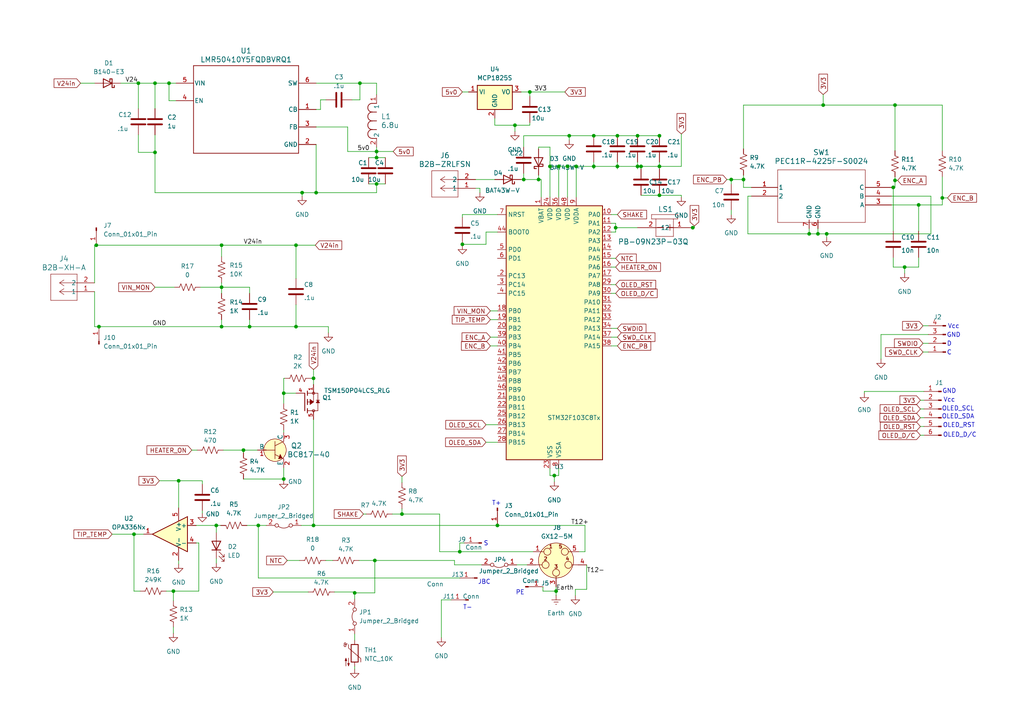
<source format=kicad_sch>
(kicad_sch (version 20231120) (generator "eeschema") (generator_version "8.0")
  (paper "A4")
  (junction (at 237.236 67.818))
  (junction (at 64.262 83.312))
  (junction (at 133.35 160.02))
  (junction (at 184.912 39.37))
  (junction (at 172.212 48.26))
  (junction (at 179.07 39.37))
  (junction (at 179.07 48.26))
  (junction (at 153.67 26.67))
  (junction (at 102.87 171.958))
  (junction (at 178.562 66.04))
  (junction (at 104.394 24.13))
  (junction (at 82.296 138.938))
  (junction (at 44.958 44.196))
  (junction (at 49.022 24.13))
  (junction (at 72.39 94.742))
  (junction (at 109.22 45.72))
  (junction (at 28.702 94.742))
  (junction (at 64.262 94.742))
  (junction (at 238.76 30.48))
  (junction (at 82.296 114.046))
  (junction (at 161.29 171.45))
  (junction (at 44.958 24.13))
  (junction (at 172.212 39.37))
  (junction (at 149.352 36.322))
  (junction (at 85.852 71.12))
  (junction (at 74.93 152.4))
  (junction (at 212.09 52.07))
  (junction (at 159.512 48.26))
  (junction (at 50.292 171.45))
  (junction (at 144.272 152.4))
  (junction (at 234.696 67.818))
  (junction (at 239.776 67.818))
  (junction (at 151.892 52.07))
  (junction (at 134.112 70.866))
  (junction (at 191.262 39.37))
  (junction (at 262.382 77.47))
  (junction (at 191.262 48.26))
  (junction (at 156.21 52.07))
  (junction (at 27.94 71.12))
  (junction (at 108.712 162.56))
  (junction (at 116.586 149.098))
  (junction (at 167.132 48.26))
  (junction (at 109.22 53.34))
  (junction (at 38.862 154.94))
  (junction (at 200.914 66.04))
  (junction (at 160.782 137.922))
  (junction (at 85.852 94.742))
  (junction (at 90.932 152.4))
  (junction (at 70.612 130.556))
  (junction (at 259.588 30.48))
  (junction (at 184.912 48.26))
  (junction (at 109.22 43.942))
  (junction (at 191.262 56.642))
  (junction (at 40.132 24.13))
  (junction (at 215.646 52.07))
  (junction (at 266.446 59.436))
  (junction (at 87.63 55.88))
  (junction (at 162.052 48.26))
  (junction (at 164.592 48.26))
  (junction (at 64.262 71.12))
  (junction (at 165.1 39.37))
  (junction (at 259.08 54.356))
  (junction (at 90.932 109.728))
  (junction (at 185.928 48.26))
  (junction (at 273.304 57.404))
  (junction (at 51.816 139.446))
  (junction (at 91.694 55.88))
  (junction (at 62.738 152.4))
  (junction (at 259.588 52.324))
  (wire (pts (xy 270.002 56.896) (xy 270.002 67.818)))
  (wire (pts (xy 51.816 139.446) (xy 46.228 139.446)))
  (wire (pts (xy 72.39 94.742) (xy 85.852 94.742)))
  (wire (pts (xy 156.972 52.07) (xy 156.21 52.07)))
  (wire (pts (xy 169.672 160.02) (xy 169.672 152.4)))
  (wire (pts (xy 94.488 162.56) (xy 96.52 162.56)))
  (wire (pts (xy 259.588 30.48) (xy 273.304 30.48)))
  (wire (pts (xy 178.562 66.04) (xy 178.562 67.31)))
  (wire (pts (xy 116.586 149.098) (xy 113.792 149.098)))
  (wire (pts (xy 143.51 34.29) (xy 143.51 36.322)))
  (wire (pts (xy 102.87 183.896) (xy 102.87 185.674)))
  (wire (pts (xy 191.262 48.26) (xy 197.612 48.26)))
  (wire (pts (xy 58.674 140.462) (xy 58.674 139.446)))
  (wire (pts (xy 108.712 171.958) (xy 102.87 171.958)))
  (wire (pts (xy 161.29 171.45) (xy 161.29 172.72)))
  (wire (pts (xy 144.272 152.4) (xy 169.672 152.4)))
  (wire (pts (xy 58.674 139.446) (xy 51.816 139.446)))
  (wire (pts (xy 116.586 147.574) (xy 116.586 149.098)))
  (wire (pts (xy 50.292 171.45) (xy 48.26 171.45)))
  (wire (pts (xy 140.97 123.19) (xy 144.272 123.19)))
  (wire (pts (xy 216.916 56.896) (xy 216.916 67.818)))
  (wire (pts (xy 105.41 149.098) (xy 106.172 149.098)))
  (wire (pts (xy 151.892 42.672) (xy 151.892 39.37)))
  (wire (pts (xy 161.29 170.18) (xy 161.29 171.45)))
  (wire (pts (xy 91.694 36.83) (xy 100.838 36.83)))
  (wire (pts (xy 267.97 126.238) (xy 266.954 126.238)))
  (wire (pts (xy 64.262 92.71) (xy 64.262 94.742)))
  (wire (pts (xy 134.112 26.67) (xy 135.89 26.67)))
  (wire (pts (xy 273.304 51.308) (xy 273.304 57.404)))
  (wire (pts (xy 266.446 77.47) (xy 262.382 77.47)))
  (wire (pts (xy 64.262 94.742) (xy 72.39 94.742)))
  (wire (pts (xy 162.052 135.89) (xy 162.052 137.922)))
  (wire (pts (xy 109.22 53.34) (xy 111.76 53.34)))
  (wire (pts (xy 64.262 83.312) (xy 64.262 85.09)))
  (wire (pts (xy 215.646 52.07) (xy 215.646 50.8)))
  (wire (pts (xy 92.964 28.956) (xy 92.964 31.75)))
  (wire (pts (xy 159.512 137.922) (xy 159.512 135.89)))
  (wire (pts (xy 212.09 52.07) (xy 212.09 53.34)))
  (wire (pts (xy 177.292 77.47) (xy 178.562 77.47)))
  (wire (pts (xy 40.64 171.45) (xy 38.862 171.45)))
  (wire (pts (xy 159.512 137.922) (xy 160.782 137.922)))
  (wire (pts (xy 266.446 74.676) (xy 266.446 77.47)))
  (wire (pts (xy 162.052 48.26) (xy 162.052 57.15)))
  (wire (pts (xy 153.67 26.67) (xy 163.83 26.67)))
  (wire (pts (xy 62.738 152.4) (xy 64.008 152.4)))
  (wire (pts (xy 127.508 160.02) (xy 133.35 160.02)))
  (wire (pts (xy 191.262 40.132) (xy 191.262 39.37)))
  (wire (pts (xy 216.916 67.818) (xy 234.696 67.818)))
  (wire (pts (xy 44.958 24.13) (xy 49.022 24.13)))
  (wire (pts (xy 166.878 170.942) (xy 166.878 172.72)))
  (wire (pts (xy 179.07 48.26) (xy 179.07 49.022)))
  (wire (pts (xy 109.22 43.942) (xy 109.22 45.72)))
  (wire (pts (xy 215.646 30.48) (xy 215.646 43.18)))
  (wire (pts (xy 177.292 97.79) (xy 179.07 97.79)))
  (wire (pts (xy 106.934 53.34) (xy 109.22 53.34)))
  (wire (pts (xy 262.382 77.47) (xy 262.382 79.248)))
  (wire (pts (xy 50.292 181.864) (xy 50.292 183.642)))
  (wire (pts (xy 167.132 48.26) (xy 167.132 57.15)))
  (wire (pts (xy 50.292 171.45) (xy 50.292 174.244)))
  (wire (pts (xy 267.716 94.488) (xy 269.24 94.488)))
  (wire (pts (xy 62.738 152.4) (xy 62.738 154.432)))
  (wire (pts (xy 140.97 128.27) (xy 144.272 128.27)))
  (wire (pts (xy 201.422 66.04) (xy 200.914 66.04)))
  (wire (pts (xy 40.132 39.116) (xy 40.132 44.196)))
  (wire (pts (xy 106.934 45.72) (xy 109.22 45.72)))
  (wire (pts (xy 170.18 170.942) (xy 166.878 170.942)))
  (wire (pts (xy 153.67 35.56) (xy 153.67 36.322)))
  (wire (pts (xy 51.816 162.56) (xy 51.816 163.576)))
  (wire (pts (xy 102.87 171.704) (xy 102.87 171.958)))
  (wire (pts (xy 250.698 113.538) (xy 250.698 114.046)))
  (wire (pts (xy 259.588 52.324) (xy 259.588 54.356)))
  (wire (pts (xy 258.572 59.436) (xy 266.446 59.436)))
  (wire (pts (xy 184.912 46.99) (xy 184.912 48.26)))
  (wire (pts (xy 167.132 48.26) (xy 172.212 48.26)))
  (wire (pts (xy 97.028 171.704) (xy 102.87 171.704)))
  (wire (pts (xy 72.39 92.71) (xy 72.39 94.742)))
  (wire (pts (xy 184.912 48.26) (xy 185.928 48.26)))
  (wire (pts (xy 23.368 24.13) (xy 27.432 24.13)))
  (wire (pts (xy 109.22 43.942) (xy 114.046 43.942)))
  (wire (pts (xy 64.262 71.12) (xy 64.262 74.422)))
  (wire (pts (xy 85.852 71.12) (xy 85.852 80.772)))
  (wire (pts (xy 274.828 57.404) (xy 273.304 57.404)))
  (wire (pts (xy 133.35 157.48) (xy 133.35 160.02)))
  (wire (pts (xy 210.82 52.07) (xy 212.09 52.07)))
  (wire (pts (xy 152.908 163.83) (xy 149.86 163.83)))
  (wire (pts (xy 234.696 66.294) (xy 234.696 67.818)))
  (wire (pts (xy 64.262 71.12) (xy 85.852 71.12)))
  (wire (pts (xy 162.052 48.26) (xy 159.512 48.26)))
  (wire (pts (xy 82.296 109.728) (xy 82.55 109.728)))
  (wire (pts (xy 133.35 160.02) (xy 154.686 160.02)))
  (wire (pts (xy 177.292 85.09) (xy 178.562 85.09)))
  (wire (pts (xy 104.394 24.13) (xy 109.22 24.13)))
  (wire (pts (xy 151.892 50.292) (xy 151.892 52.07)))
  (wire (pts (xy 140.97 67.31) (xy 140.97 70.866)))
  (wire (pts (xy 109.22 53.34) (xy 109.22 55.88)))
  (wire (pts (xy 74.93 167.64) (xy 133.35 167.64)))
  (wire (pts (xy 109.22 24.13) (xy 109.22 27.432)))
  (wire (pts (xy 142.24 100.33) (xy 144.272 100.33)))
  (wire (pts (xy 27.432 94.742) (xy 28.702 94.742)))
  (wire (pts (xy 91.694 41.91) (xy 91.694 55.88)))
  (wire (pts (xy 259.08 74.676) (xy 259.08 77.47)))
  (wire (pts (xy 157.48 171.45) (xy 161.29 171.45)))
  (wire (pts (xy 149.352 36.322) (xy 149.352 38.1)))
  (wire (pts (xy 153.67 26.67) (xy 153.67 27.94)))
  (wire (pts (xy 191.262 39.37) (xy 184.912 39.37)))
  (wire (pts (xy 167.894 160.02) (xy 169.672 160.02)))
  (wire (pts (xy 70.612 138.938) (xy 82.296 138.938)))
  (wire (pts (xy 160.782 137.922) (xy 162.052 137.922)))
  (wire (pts (xy 49.022 24.13) (xy 51.054 24.13)))
  (wire (pts (xy 137.922 52.07) (xy 143.51 52.07)))
  (wire (pts (xy 57.658 171.45) (xy 50.292 171.45)))
  (wire (pts (xy 72.39 83.312) (xy 72.39 85.09)))
  (wire (pts (xy 32.512 154.94) (xy 38.862 154.94)))
  (wire (pts (xy 212.09 52.07) (xy 215.646 52.07)))
  (wire (pts (xy 127.508 160.02) (xy 127.508 149.098)))
  (wire (pts (xy 184.912 48.26) (xy 184.912 49.022)))
  (wire (pts (xy 167.132 48.26) (xy 164.592 48.26)))
  (wire (pts (xy 217.932 54.356) (xy 215.646 54.356)))
  (wire (pts (xy 40.132 24.13) (xy 40.132 31.496)))
  (wire (pts (xy 159.512 48.26) (xy 159.512 57.15)))
  (wire (pts (xy 91.694 31.75) (xy 92.964 31.75)))
  (wire (pts (xy 139.192 54.61) (xy 139.192 55.88)))
  (wire (pts (xy 57.658 157.48) (xy 57.658 171.45)))
  (wire (pts (xy 51.816 139.446) (xy 51.816 147.32)))
  (wire (pts (xy 82.296 114.046) (xy 82.296 117.094)))
  (wire (pts (xy 177.292 67.31) (xy 178.562 67.31)))
  (wire (pts (xy 74.93 152.4) (xy 77.216 152.4)))
  (wire (pts (xy 79.248 171.704) (xy 89.408 171.704)))
  (wire (pts (xy 58.674 148.082) (xy 58.674 148.844)))
  (wire (pts (xy 215.646 30.48) (xy 238.76 30.48)))
  (wire (pts (xy 85.852 71.12) (xy 91.44 71.12)))
  (wire (pts (xy 82.296 114.046) (xy 82.296 109.728)))
  (wire (pts (xy 172.212 39.37) (xy 165.1 39.37)))
  (wire (pts (xy 197.612 56.642) (xy 191.262 56.642)))
  (wire (pts (xy 151.892 39.37) (xy 165.1 39.37)))
  (wire (pts (xy 102.87 171.958) (xy 102.87 173.736)))
  (wire (pts (xy 237.236 67.818) (xy 239.776 67.818)))
  (wire (pts (xy 197.612 38.862) (xy 197.612 48.26)))
  (wire (pts (xy 191.262 48.26) (xy 191.262 49.022)))
  (wire (pts (xy 90.932 109.728) (xy 90.932 111.506)))
  (wire (pts (xy 41.656 154.94) (xy 38.862 154.94)))
  (wire (pts (xy 87.63 55.88) (xy 44.958 55.88)))
  (wire (pts (xy 91.694 24.13) (xy 104.394 24.13)))
  (wire (pts (xy 266.446 59.436) (xy 266.446 67.056)))
  (wire (pts (xy 82.296 135.636) (xy 82.296 138.938)))
  (wire (pts (xy 71.628 152.4) (xy 74.93 152.4)))
  (wire (pts (xy 142.24 97.79) (xy 144.272 97.79)))
  (wire (pts (xy 164.592 48.26) (xy 164.592 57.15)))
  (wire (pts (xy 102.87 193.294) (xy 102.87 194.056)))
  (wire (pts (xy 258.572 56.896) (xy 270.002 56.896)))
  (wire (pts (xy 27.94 71.12) (xy 64.262 71.12)))
  (wire (pts (xy 259.08 54.356) (xy 259.08 67.056)))
  (wire (pts (xy 156.21 52.07) (xy 156.21 50.8)))
  (wire (pts (xy 87.63 55.88) (xy 87.63 56.896)))
  (wire (pts (xy 267.97 113.538) (xy 250.698 113.538)))
  (wire (pts (xy 85.852 88.392) (xy 85.852 94.742)))
  (wire (pts (xy 38.862 171.45) (xy 38.862 154.94)))
  (wire (pts (xy 134.112 70.866) (xy 134.112 71.12)))
  (wire (pts (xy 177.292 82.55) (xy 178.562 82.55)))
  (wire (pts (xy 142.24 92.71) (xy 144.272 92.71)))
  (wire (pts (xy 267.716 99.568) (xy 269.24 99.568)))
  (wire (pts (xy 153.67 36.322) (xy 149.352 36.322)))
  (wire (pts (xy 237.236 66.294) (xy 237.236 67.818)))
  (wire (pts (xy 217.932 56.896) (xy 216.916 56.896)))
  (wire (pts (xy 172.212 48.26) (xy 172.212 49.022)))
  (wire (pts (xy 62.738 162.052) (xy 62.738 163.322)))
  (wire (pts (xy 55.626 130.556) (xy 57.15 130.556)))
  (wire (pts (xy 40.132 44.196) (xy 44.958 44.196)))
  (wire (pts (xy 185.928 56.642) (xy 191.262 56.642)))
  (wire (pts (xy 131.826 163.83) (xy 131.826 162.56)))
  (wire (pts (xy 27.432 71.12) (xy 27.432 82.042)))
  (wire (pts (xy 44.958 24.13) (xy 44.958 31.496)))
  (wire (pts (xy 140.97 70.866) (xy 134.112 70.866)))
  (wire (pts (xy 142.24 90.17) (xy 144.272 90.17)))
  (wire (pts (xy 90.17 109.728) (xy 90.932 109.728)))
  (wire (pts (xy 151.13 52.07) (xy 151.892 52.07)))
  (wire (pts (xy 108.712 162.56) (xy 108.712 171.958)))
  (wire (pts (xy 259.588 54.356) (xy 259.08 54.356)))
  (wire (pts (xy 267.97 121.158) (xy 266.954 121.158)))
  (wire (pts (xy 234.696 67.818) (xy 237.236 67.818)))
  (wire (pts (xy 201.422 65.532) (xy 201.422 66.04)))
  (wire (pts (xy 238.76 30.48) (xy 259.588 30.48)))
  (wire (pts (xy 90.932 121.666) (xy 90.932 152.4)))
  (wire (pts (xy 139.7 163.83) (xy 131.826 163.83)))
  (wire (pts (xy 94.488 28.956) (xy 92.964 28.956)))
  (wire (pts (xy 269.24 97.028) (xy 255.524 97.028)))
  (wire (pts (xy 238.76 27.432) (xy 238.76 30.48)))
  (wire (pts (xy 134.62 157.48) (xy 133.35 157.48)))
  (wire (pts (xy 157.48 171.45) (xy 157.48 170.18)))
  (wire (pts (xy 172.212 48.26) (xy 179.07 48.26)))
  (wire (pts (xy 177.292 100.33) (xy 179.07 100.33)))
  (wire (pts (xy 74.93 152.4) (xy 74.93 167.64)))
  (wire (pts (xy 82.296 138.938) (xy 82.296 139.192)))
  (wire (pts (xy 50.546 83.312) (xy 44.958 83.312)))
  (wire (pts (xy 239.776 67.818) (xy 239.776 68.834)))
  (wire (pts (xy 44.958 55.88) (xy 44.958 44.196)))
  (wire (pts (xy 95.25 94.742) (xy 95.25 96.52)))
  (wire (pts (xy 259.08 54.356) (xy 258.572 54.356)))
  (wire (pts (xy 127.508 149.098) (xy 116.586 149.098)))
  (wire (pts (xy 85.852 94.742) (xy 95.25 94.742)))
  (wire (pts (xy 116.586 138.176) (xy 116.586 139.954)))
  (wire (pts (xy 64.262 82.042) (xy 64.262 83.312)))
  (wire (pts (xy 267.716 102.108) (xy 269.24 102.108)))
  (wire (pts (xy 177.292 62.23) (xy 179.07 62.23)))
  (wire (pts (xy 104.394 28.956) (xy 104.394 24.13)))
  (wire (pts (xy 35.052 24.13) (xy 40.132 24.13)))
  (wire (pts (xy 83.312 162.56) (xy 86.868 162.56)))
  (wire (pts (xy 72.39 83.312) (xy 64.262 83.312)))
  (wire (pts (xy 144.272 67.31) (xy 140.97 67.31)))
  (wire (pts (xy 159.512 42.672) (xy 159.512 48.26)))
  (wire (pts (xy 179.07 39.37) (xy 184.912 39.37)))
  (wire (pts (xy 64.77 130.556) (xy 70.612 130.556)))
  (wire (pts (xy 100.838 36.83) (xy 100.838 43.942)))
  (wire (pts (xy 267.97 116.078) (xy 266.954 116.078)))
  (wire (pts (xy 259.588 43.688) (xy 259.588 30.48)))
  (wire (pts (xy 260.35 52.324) (xy 259.588 52.324)))
  (wire (pts (xy 108.712 162.56) (xy 131.826 162.56)))
  (wire (pts (xy 144.272 62.23) (xy 134.112 62.23)))
  (wire (pts (xy 259.588 51.308) (xy 259.588 52.324)))
  (wire (pts (xy 164.592 48.26) (xy 162.052 48.26)))
  (wire (pts (xy 156.972 57.15) (xy 156.972 52.07)))
  (wire (pts (xy 239.776 67.818) (xy 270.002 67.818)))
  (wire (pts (xy 179.07 46.99) (xy 179.07 48.26)))
  (wire (pts (xy 91.694 55.88) (xy 87.63 55.88)))
  (wire (pts (xy 215.646 54.356) (xy 215.646 52.07)))
  (wire (pts (xy 197.612 57.15) (xy 197.612 56.642)))
  (wire (pts (xy 267.97 118.618) (xy 266.954 118.618)))
  (wire (pts (xy 177.292 74.93) (xy 178.562 74.93)))
  (wire (pts (xy 172.212 46.99) (xy 172.212 48.26)))
  (wire (pts (xy 109.22 45.72) (xy 111.76 45.72)))
  (wire (pts (xy 184.912 66.04) (xy 178.562 66.04)))
  (wire (pts (xy 56.896 152.4) (xy 62.738 152.4)))
  (wire (pts (xy 160.782 139.7) (xy 160.782 137.922)))
  (wire (pts (xy 27.432 84.582) (xy 27.432 94.742)))
  (wire (pts (xy 104.14 162.56) (xy 108.712 162.56)))
  (wire (pts (xy 49.022 29.21) (xy 49.022 24.13)))
  (wire (pts (xy 185.928 48.26) (xy 191.262 48.26)))
  (wire (pts (xy 259.08 77.47) (xy 262.382 77.47)))
  (wire (pts (xy 51.054 29.21) (xy 49.022 29.21)))
  (wire (pts (xy 179.07 48.26) (xy 184.912 48.26)))
  (wire (pts (xy 109.22 55.88) (xy 91.694 55.88)))
  (wire (pts (xy 137.922 54.61) (xy 139.192 54.61)))
  (wire (pts (xy 44.958 44.196) (xy 44.958 39.116)))
  (wire (pts (xy 128.016 173.99) (xy 128.016 184.912)))
  (wire (pts (xy 70.612 130.556) (xy 74.676 130.556)))
  (wire (pts (xy 90.932 152.4) (xy 144.272 152.4)))
  (wire (pts (xy 267.97 123.698) (xy 266.954 123.698)))
  (wire (pts (xy 128.016 173.99) (xy 130.81 173.99)))
  (wire (pts (xy 149.352 36.322) (xy 143.51 36.322)))
  (wire (pts (xy 156.21 43.18) (xy 156.21 42.672)))
  (wire (pts (xy 102.108 28.956) (xy 104.394 28.956)))
  (wire (pts (xy 200.914 66.04) (xy 200.66 66.04)))
  (wire (pts (xy 255.524 97.028) (xy 255.524 104.14)))
  (wire (pts (xy 185.928 48.26) (xy 185.928 49.022)))
  (wire (pts (xy 178.562 64.77) (xy 177.292 64.77)))
  (wire (pts (xy 177.292 95.25) (xy 179.07 95.25)))
  (wire (pts (xy 40.132 24.13) (xy 44.958 24.13)))
  (wire (pts (xy 134.112 62.23) (xy 134.112 62.992)))
  (wire (pts (xy 156.21 42.672) (xy 159.512 42.672)))
  (wire (pts (xy 70.612 130.556) (xy 70.612 131.318)))
  (wire (pts (xy 82.296 124.714) (xy 82.296 125.476)))
  (wire (pts (xy 109.22 42.672) (xy 109.22 43.942)))
  (wire (pts (xy 178.562 64.77) (xy 178.562 66.04)))
  (wire (pts (xy 90.932 107.188) (xy 90.932 109.728)))
  (wire (pts (xy 191.262 46.99) (xy 191.262 48.26)))
  (wire (pts (xy 273.304 43.688) (xy 273.304 30.48)))
  (wire (pts (xy 273.304 57.404) (xy 273.304 59.436)))
  (wire (pts (xy 165.1 39.37) (xy 165.1 40.64)))
  (wire (pts (xy 151.892 52.07) (xy 156.21 52.07)))
  (wire (pts (xy 266.446 59.436) (xy 273.304 59.436)))
  (wire (pts (xy 85.852 114.046) (xy 82.296 114.046)))
  (wire (pts (xy 212.09 60.96) (xy 212.09 62.23)))
  (wire (pts (xy 28.702 94.742) (xy 64.262 94.742)))
  (wire (pts (xy 172.212 39.37) (xy 179.07 39.37)))
  (wire (pts (xy 56.896 157.48) (xy 57.658 157.48)))
  (wire (pts (xy 134.112 70.612) (xy 134.112 70.866)))
  (wire (pts (xy 27.432 71.12) (xy 27.94 71.12)))
  (wire (pts (xy 87.376 152.4) (xy 90.932 152.4)))
  (wire (pts (xy 170.18 163.83) (xy 170.18 170.942)))
  (wire (pts (xy 64.262 83.312) (xy 58.166 83.312)))
  (wire (pts (xy 151.13 26.67) (xy 153.67 26.67)))
  (wire (pts (xy 100.838 43.942) (xy 109.22 43.942)))
  (text "D" (at 275.336 99.822 0) (effects (font (size 1.27 1.27))))
  (text "GND" (at 276.606 97.282 0) (effects (font (size 1.27 1.27))))
  (text "GND" (at 275.336 113.538 0) (effects (font (size 1.27 1.27))))
  (text "OLED_RST" (at 278.13 123.444 0) (effects (font (size 1.27 1.27))))
  (text "T+" (at 144.018 146.05 0) (effects (font (size 1.27 1.27))))
  (text "OLED_SCL" (at 277.876 118.618 0) (effects (font (size 1.27 1.27))))
  (text "T-" (at 135.636 176.276 0) (effects (font (size 1.27 1.27))))
  (text "PE\n" (at 150.876 171.958 0) (effects (font (size 1.27 1.27))))
  (text "Vcc" (at 275.336 116.078 0) (effects (font (size 1.27 1.27))))
  (text "Vcc" (at 276.606 94.742 0) (effects (font (size 1.27 1.27))))
  (text "C" (at 275.336 102.362 0) (effects (font (size 1.27 1.27))))
  (text "S" (at 140.97 157.734 0) (effects (font (size 1.27 1.27))))
  (text "OLED_SDA" (at 277.876 120.904 0) (effects (font (size 1.27 1.27))))
  (text "JBC" (at 140.462 168.91 0) (effects (font (size 1.27 1.27))))
  (text "OLED_D/C" (at 278.384 126.238 0) (effects (font (size 1.27 1.27))))
  (label "T12-" (at 170.18 166.37 0))
  (label "V24in" (at 70.612 71.12 0))
  (label "3V3" (at 154.94 26.67 0))
  (label "Earth" (at 161.29 171.45 0))
  (label "V24" (at 36.322 24.13 0))
  (label "5v0" (at 103.632 43.942 0))
  (label "GND" (at 44.196 94.742 0))
  (label "T12+" (at 165.608 152.4 0))
  (global_label "HEATER_ON" (shape input) (at 55.626 130.556 180) (property "Intersheetrefs" "${INTERSHEET_REFS}" (effects (hide yes))))
  (global_label "5v0" (shape input) (at 114.046 43.942 0) (property "Intersheetrefs" "${INTERSHEET_REFS}" (effects (hide yes))))
  (global_label "TIP_TEMP" (shape input) (at 142.24 92.71 180) (property "Intersheetrefs" "${INTERSHEET_REFS}" (effects (hide yes))))
  (global_label "SHAKE" (shape input) (at 179.07 62.23 0) (property "Intersheetrefs" "${INTERSHEET_REFS}" (effects (hide yes))))
  (global_label "3V3" (shape input) (at 46.228 139.446 180) (property "Intersheetrefs" "${INTERSHEET_REFS}" (effects (hide yes))))
  (global_label "SHAKE" (shape input) (at 105.41 149.098 180) (property "Intersheetrefs" "${INTERSHEET_REFS}" (effects (hide yes))))
  (global_label "OLED_SCL" (shape input) (at 266.954 118.618 180) (property "Intersheetrefs" "${INTERSHEET_REFS}" (effects (hide yes))))
  (global_label "OLED_SDA" (shape input) (at 140.97 128.27 180) (property "Intersheetrefs" "${INTERSHEET_REFS}" (effects (hide yes))))
  (global_label "OLED_SDA" (shape input) (at 266.954 121.158 180) (property "Intersheetrefs" "${INTERSHEET_REFS}" (effects (hide yes))))
  (global_label "3V3" (shape input) (at 116.586 138.176 90) (property "Intersheetrefs" "${INTERSHEET_REFS}" (effects (hide yes))))
  (global_label "ENC_A" (shape input) (at 142.24 97.79 180) (property "Intersheetrefs" "${INTERSHEET_REFS}" (effects (hide yes))))
  (global_label "3V3" (shape input) (at 163.83 26.67 0) (property "Intersheetrefs" "${INTERSHEET_REFS}" (effects (hide yes))))
  (global_label "V24in" (shape input) (at 90.932 107.188 90) (property "Intersheetrefs" "${INTERSHEET_REFS}" (effects (hide yes))))
  (global_label "TIP_TEMP" (shape input) (at 32.512 154.94 180) (property "Intersheetrefs" "${INTERSHEET_REFS}" (effects (hide yes))))
  (global_label "SWD_CLK" (shape input) (at 179.07 97.79 0) (property "Intersheetrefs" "${INTERSHEET_REFS}" (effects (hide yes))))
  (global_label "V24in" (shape input) (at 23.368 24.13 180) (property "Intersheetrefs" "${INTERSHEET_REFS}" (effects (hide yes))))
  (global_label "3V3" (shape input) (at 79.248 171.704 180) (property "Intersheetrefs" "${INTERSHEET_REFS}" (effects (hide yes))))
  (global_label "NTC" (shape input) (at 83.312 162.56 180) (property "Intersheetrefs" "${INTERSHEET_REFS}" (effects (hide yes))))
  (global_label "OLED_D{slash}C" (shape input) (at 266.954 126.238 180) (property "Intersheetrefs" "${INTERSHEET_REFS}" (effects (hide yes))))
  (global_label "SWDIO" (shape input) (at 179.07 95.25 0) (property "Intersheetrefs" "${INTERSHEET_REFS}" (effects (hide yes))))
  (global_label "HEATER_ON" (shape input) (at 178.562 77.47 0) (property "Intersheetrefs" "${INTERSHEET_REFS}" (effects (hide yes))))
  (global_label "ENC_PB" (shape input) (at 210.82 52.07 180) (property "Intersheetrefs" "${INTERSHEET_REFS}" (effects (hide yes))))
  (global_label "3V3" (shape input) (at 267.716 94.488 180) (property "Intersheetrefs" "${INTERSHEET_REFS}" (effects (hide yes))))
  (global_label "SWD_CLK" (shape input) (at 267.716 102.108 180) (property "Intersheetrefs" "${INTERSHEET_REFS}" (effects (hide yes))))
  (global_label "SWDIO" (shape input) (at 267.716 99.568 180) (property "Intersheetrefs" "${INTERSHEET_REFS}" (effects (hide yes))))
  (global_label "3V3" (shape input) (at 266.954 116.078 180) (property "Intersheetrefs" "${INTERSHEET_REFS}" (effects (hide yes))))
  (global_label "OLED_SCL" (shape input) (at 140.97 123.19 180) (property "Intersheetrefs" "${INTERSHEET_REFS}" (effects (hide yes))))
  (global_label "3V3" (shape input) (at 197.612 38.862 90) (property "Intersheetrefs" "${INTERSHEET_REFS}" (effects (hide yes))))
  (global_label "3V3" (shape input) (at 201.422 65.532 90) (property "Intersheetrefs" "${INTERSHEET_REFS}" (effects (hide yes))))
  (global_label "ENC_B" (shape input) (at 142.24 100.33 180) (property "Intersheetrefs" "${INTERSHEET_REFS}" (effects (hide yes))))
  (global_label "OLED_D{slash}C" (shape input) (at 178.562 85.09 0) (property "Intersheetrefs" "${INTERSHEET_REFS}" (effects (hide yes))))
  (global_label "ENC_B" (shape input) (at 274.828 57.404 0) (property "Intersheetrefs" "${INTERSHEET_REFS}" (effects (hide yes))))
  (global_label "VIN_MON" (shape input) (at 142.24 90.17 180) (property "Intersheetrefs" "${INTERSHEET_REFS}" (effects (hide yes))))
  (global_label "V24in" (shape input) (at 91.44 71.12 0) (property "Intersheetrefs" "${INTERSHEET_REFS}" (effects (hide yes))))
  (global_label "5v0" (shape input) (at 134.112 26.67 180) (property "Intersheetrefs" "${INTERSHEET_REFS}" (effects (hide yes))))
  (global_label "VIN_MON" (shape input) (at 44.958 83.312 180) (property "Intersheetrefs" "${INTERSHEET_REFS}" (effects (hide yes))))
  (global_label "3V3" (shape input) (at 238.76 27.432 90) (property "Intersheetrefs" "${INTERSHEET_REFS}" (effects (hide yes))))
  (global_label "ENC_A" (shape input) (at 260.35 52.324 0) (property "Intersheetrefs" "${INTERSHEET_REFS}" (effects (hide yes))))
  (global_label "OLED_RST" (shape input) (at 266.954 123.698 180) (property "Intersheetrefs" "${INTERSHEET_REFS}" (effects (hide yes))))
  (global_label "NTC" (shape input) (at 178.562 74.93 0) (property "Intersheetrefs" "${INTERSHEET_REFS}" (effects (hide yes))))
  (global_label "OLED_RST" (shape input) (at 178.562 82.55 0) (property "Intersheetrefs" "${INTERSHEET_REFS}" (effects (hide yes))))
  (global_label "ENC_PB" (shape input) (at 179.07 100.33 0) (property "Intersheetrefs" "${INTERSHEET_REFS}" (effects (hide yes))))
  (symbol (lib_id "Device:C") (at 134.112 66.802 180) (unit 1)
    (property "Reference" "C5" (at 136.398 64.7699 0) (effects (justify right)))
    (property "Value" ".1u" (at 136.398 68.5799 0) (effects (justify right)))
    (property "Footprint" "Capacitor_SMD:C_0805_2012Metric_Pad1.18x1.45mm_HandSolder" (effects (hide yes)))
    (property "Description" "C0805C104M5RAC7800" (effects (hide yes)))
  )
  (symbol (lib_id "Connector:Conn_01x06_Pin") (at 273.05 118.618 0) (mirror y) (unit 1)
    (property "Reference" "J1" (at 272.415 110.998 0))
    (property "Value" "Conn_01x06_Pin" (effects (hide yes)))
    (property "Footprint" "Connector_PinHeader_2.54mm:PinHeader_1x06_P2.54mm_Vertical" (effects (hide yes)))
    (property "Description" "Generic connector, single row, 01x06, script generated" (effects (hide yes)))
  )
  (symbol (lib_id "power:GND") (at 212.09 62.23 0) (unit 1)
    (property "Reference" "#PWR022" (effects (hide yes)))
    (property "Value" "GND" (at 212.09 67.564 0))
    (property "Description" "Power symbol creates a global label with name \"GND\" , ground" (effects (hide yes)))
  )
  (symbol (lib_id "Device:R_US") (at 54.356 83.312 90) (unit 1)
    (property "Reference" "R17" (at 54.356 77.216 90))
    (property "Value" "0" (at 54.356 79.756 90))
    (property "Footprint" "Resistor_SMD:R_0805_2012Metric_Pad1.20x1.40mm_HandSolder" (effects (hide yes)))
  )
  (symbol (lib_id "Device:R_US") (at 50.292 178.054 180) (unit 1)
    (property "Reference" "R13" (at 52.07 176.7839 0) (effects (justify right)))
    (property "Value" "1K" (at 52.07 179.3239 0) (effects (justify right)))
    (property "Footprint" "Resistor_SMD:R_0805_2012Metric_Pad1.20x1.40mm_HandSolder" (effects (hide yes)))
    (property "Description" "RT0805BRD071KL" (effects (hide yes)))
  )
  (symbol (lib_id "Device:R_US") (at 60.96 130.556 90) (unit 1)
    (property "Reference" "R12" (at 60.96 125.222 90))
    (property "Value" "470" (at 60.96 127.762 90))
    (property "Footprint" "Resistor_SMD:R_0805_2012Metric_Pad1.20x1.40mm_HandSolder" (effects (hide yes)))
    (property "Description" "RT0805BRD07470RL" (effects (hide yes)))
  )
  (symbol (lib_id "Device:C") (at 44.958 35.306 0) (unit 1)
    (property "Reference" "C2" (at 48.514 34.0359 0) (effects (justify left)))
    (property "Value" "1u" (at 48.514 36.5759 0) (effects (justify left)))
    (property "Footprint" "Capacitor_SMD:C_0805_2012Metric_Pad1.18x1.45mm_HandSolder" (effects (hide yes)))
    (property "Description" "C2012X5R1H105K125AB" (effects (hide yes)))
  )
  (symbol (lib_id "Device:C") (at 185.928 52.832 0) (unit 1)
    (property "Reference" "C14" (at 188.214 52.8319 0) (effects (justify left)))
    (property "Value" "10u" (at 186.436 55.3719 0) (effects (justify left)))
    (property "Footprint" "Capacitor_SMD:C_0805_2012Metric_Pad1.18x1.45mm_HandSolder" (effects (hide yes)))
    (property "Description" "TCCT6R3X106K1GV001E" (effects (hide yes)))
  )
  (symbol (lib_id "Connector:Conn_01x04_Pin") (at 274.32 99.568 180) (unit 1)
    (property "Reference" "J2" (at 270.764 91.9481 0) (effects (justify right)))
    (property "Value" "Conn_01x04_Pin" (effects (hide yes)))
    (property "Footprint" "Connector_PinHeader_2.54mm:PinHeader_1x04_P2.54mm_Vertical" (effects (hide yes)))
    (property "Description" "Generic connector, single row, 01x04, script generated" (effects (hide yes)))
  )
  (symbol (lib_id "2024-02-17_06-03-39:B2B-ZRLFSN") (at 137.922 54.61 180) (unit 1)
    (property "Reference" "J6" (at 129.032 45.085 0) (effects (font (size 1.524 1.524))))
    (property "Value" "B2B-ZRLFSN" (at 129.032 47.625 0) (effects (font (size 1.524 1.524))))
    (property "Footprint" "footprints:CONN_B2B-ZRLFSN_JST" (effects (hide yes)))
    (property "Datasheet" "B2B-ZRLFSN" (effects (hide yes)))
  )
  (symbol (lib_id "Device:C") (at 191.262 43.18 180) (unit 1)
    (property "Reference" "C21" (at 193.548 41.1479 0) (effects (justify right)))
    (property "Value" ".1u" (at 193.548 44.9579 0) (effects (justify right)))
    (property "Footprint" "Capacitor_SMD:C_0805_2012Metric_Pad1.18x1.45mm_HandSolder" (effects (hide yes)))
    (property "Description" "C0805C104M5RAC7800" (effects (hide yes)))
  )
  (symbol (lib_id "Device:C") (at 58.674 144.272 180) (unit 1)
    (property "Reference" "C6" (at 60.96 142.2399 0) (effects (justify right)))
    (property "Value" ".1u" (at 60.96 146.0499 0) (effects (justify right)))
    (property "Footprint" "Capacitor_SMD:C_0805_2012Metric_Pad1.18x1.45mm_HandSolder" (effects (hide yes)))
    (property "Description" "C0805C104M5RAC7800" (effects (hide yes)))
  )
  (symbol (lib_id "Device:LED") (at 62.738 158.242 90) (unit 1)
    (property "Reference" "D2" (at 66.04 158.5594 90) (effects (justify right)))
    (property "Value" "LED" (at 66.04 161.0994 90) (effects (justify right)))
    (property "Footprint" "LED_SMD:LED_0805_2012Metric_Pad1.15x1.40mm_HandSolder" (effects (hide yes)))
    (property "Description" "SML-LX0805SRC-TR" (effects (hide yes)))
  )
  (symbol (lib_id "power:GND") (at 58.674 148.844 0) (unit 1)
    (property "Reference" "#PWR012" (effects (hide yes)))
    (property "Value" "GND" (at 61.722 149.098 0))
    (property "Description" "Power symbol creates a global label with name \"GND\" , ground" (effects (hide yes)))
  )
  (symbol (lib_id "s9013:S9013") (at 79.756 130.556 0) (unit 1)
    (property "Reference" "Q2" (at 84.328 129.2859 0) (effects (font (size 1.524 1.524)) (justify left)))
    (property "Value" "BC817-40" (at 83.312 131.8259 0) (effects (font (size 1.524 1.524)) (justify left)))
    (property "Footprint" "Package_TO_SOT_SMD:SOT-23_Handsoldering" (effects (hide yes)))
    (property "Description" "45V 300mW 100@100mA,1.0V 500mA NPN SOT-23 Bipolar Transistors - BJT" (effects (hide yes)))
    (property "MPN" "BC817-40" (effects (hide yes)))
    (property "Category" "Discrete Semiconductor Products" (effects (hide yes)))
    (property "Family" "Transistors - Bipolar (BJT) - Single" (effects (hide yes)))
    (property "Status" "Active" (effects (hide yes)))
  )
  (symbol (lib_id "Device:R_US") (at 86.36 109.728 270) (unit 1)
    (property "Reference" "R2" (at 86.36 103.632 90))
    (property "Value" "2K" (at 86.36 106.172 90))
    (property "Footprint" "Resistor_SMD:R_1206_3216Metric_Pad1.30x1.75mm_HandSolder" (effects (hide yes)))
    (property "Description" "RC1206FR-072KL" (effects (hide yes)))
  )
  (symbol (lib_id "2024-02-10_07-34-32:TPS560430X3FDBVT") (at 71.374 31.75 0) (unit 1)
    (property "Reference" "U1" (at 71.374 14.732 0) (effects (font (size 1.524 1.524))))
    (property "Value" "LMR50410Y5FQDBVRQ1" (at 71.374 17.272 0) (effects (font (size 1.524 1.524))))
    (property "Footprint" "Package_TO_SOT_SMD:SOT-23-6_Handsoldering" (effects (hide yes)))
  )
  (symbol (lib_id "power:GND") (at 82.296 139.192 0) (unit 1)
    (property "Reference" "#PWR08" (effects (hide yes)))
    (property "Value" "GND" (at 85.598 139.7 0))
    (property "Description" "Power symbol creates a global label with name \"GND\" , ground" (effects (hide yes)))
  )
  (symbol (lib_id "Device:C") (at 259.08 70.866 180) (unit 1)
    (property "Reference" "C10" (at 261.366 68.8339 0) (effects (justify right)))
    (property "Value" "10n" (at 261.366 72.6439 0) (effects (justify right)))
    (property "Footprint" "Capacitor_SMD:C_0805_2012Metric_Pad1.18x1.45mm_HandSolder" (effects (hide yes)))
    (property "Description" "CL21B103KBANNNC" (effects (hide yes)))
  )
  (symbol (lib_id "power:GND") (at 50.292 183.642 0) (unit 1)
    (property "Reference" "#PWR010" (effects (hide yes)))
    (property "Value" "GND" (at 50.292 188.976 0))
    (property "Description" "Power symbol creates a global label with name \"GND\" , ground" (effects (hide yes)))
  )
  (symbol (lib_id "power:GND") (at 62.738 163.322 0) (unit 1)
    (property "Reference" "#PWR013" (effects (hide yes)))
    (property "Value" "GND" (at 62.738 168.656 0))
    (property "Description" "Power symbol creates a global label with name \"GND\" , ground" (effects (hide yes)))
  )
  (symbol (lib_id "Device:C") (at 153.67 31.75 0) (unit 1)
    (property "Reference" "C13" (at 155.956 31.7499 0) (effects (justify left)))
    (property "Value" "10u" (at 154.178 34.2899 0) (effects (justify left)))
    (property "Footprint" "Capacitor_SMD:C_0805_2012Metric_Pad1.18x1.45mm_HandSolder" (effects (hide yes)))
    (property "Description" "TCCT6R3X106K1GV001E" (effects (hide yes)))
  )
  (symbol (lib_id "power:GND") (at 134.112 71.12 0) (unit 1)
    (property "Reference" "#PWR09" (effects (hide yes)))
    (property "Value" "GND" (at 134.112 76.454 0))
    (property "Description" "Power symbol creates a global label with name \"GND\" , ground" (effects (hide yes)))
  )
  (symbol (lib_id "power:GND") (at 197.612 57.15 0) (unit 1)
    (property "Reference" "#PWR017" (effects (hide yes)))
    (property "Value" "GND" (at 197.612 62.484 0))
    (property "Description" "Power symbol creates a global label with name \"GND\" , ground" (effects (hide yes)))
  )
  (symbol (lib_id "Device:R_US") (at 93.218 171.704 90) (unit 1)
    (property "Reference" "R6" (at 93.218 166.37 90))
    (property "Value" "4.7K" (at 93.218 168.91 90))
    (property "Footprint" "Resistor_SMD:R_0805_2012Metric_Pad1.20x1.40mm_HandSolder" (effects (hide yes)))
    (property "Description" "RT0805BRD074K7L" (effects (hide yes)))
  )
  (symbol (lib_id "power:GND") (at 87.63 56.896 0) (unit 1)
    (property "Reference" "#PWR02" (effects (hide yes)))
    (property "Value" "GND" (at 87.63 62.23 0))
    (property "Description" "Power symbol creates a global label with name \"GND\" , ground" (effects (hide yes)))
  )
  (symbol (lib_id "Device:C") (at 184.912 43.18 180) (unit 1)
    (property "Reference" "C20" (at 187.198 41.1479 0) (effects (justify right)))
    (property "Value" ".1u" (at 187.198 44.9579 0) (effects (justify right)))
    (property "Footprint" "Capacitor_SMD:C_0805_2012Metric_Pad1.18x1.45mm_HandSolder" (effects (hide yes)))
    (property "Description" "C0805C104M5RAC7800" (effects (hide yes)))
  )
  (symbol (lib_id "2024-02-11_05-23-18:PEC11R-4225F-S0024") (at 217.932 54.356 0) (unit 1)
    (property "Reference" "SW1" (at 238.252 44.196 0) (effects (font (size 1.524 1.524))))
    (property "Value" "PEC11R-4225F-S0024" (at 238.252 46.736 0) (effects (font (size 1.524 1.524))))
    (property "Footprint" "footprints:SW5_PEC11R-4225F-S0024_BRN" (effects (hide yes)))
    (property "Datasheet" "PEC11R-4225F-S0024" (effects (hide yes)))
  )
  (symbol (lib_id "Diode:BAT43W-V") (at 156.21 46.99 90) (unit 1)
    (property "Reference" "D3" (at 159.385 46.0374 90) (effects (justify right)))
    (property "Value" "BAT43W-V" (at 159.385 48.5774 90) (effects (justify right)))
    (property "Footprint" "Diode_SMD:D_SOD-123" (effects (hide yes)))
    (property "Datasheet" "http://www.vishay.com/docs/85660/bat42.pdf" (effects (hide yes)))
    (property "Description" "30V 0.2A Small Signal Schottky diode, SOD-123" (effects (hide yes)))
  )
  (symbol (lib_id "2024-02-17_08-02-16:B2B-XH-A") (at 27.432 84.582 180) (unit 1)
    (property "Reference" "J4" (at 18.542 75.057 0) (effects (font (size 1.524 1.524))))
    (property "Value" "B2B-XH-A" (at 18.542 77.597 0) (effects (font (size 1.524 1.524))))
    (property "Footprint" "footprints:CONN_B2B-XH-A_JST" (effects (hide yes)))
    (property "Datasheet" "B2B-XH-A" (effects (hide yes)))
  )
  (symbol (lib_id "Regulator_Linear:MCP1825S") (at 143.51 26.67 0) (unit 1)
    (property "Reference" "U4" (at 143.51 20.066 0))
    (property "Value" "MCP1825S" (at 143.51 22.606 0))
    (property "Footprint" "Package_TO_SOT_SMD:SOT-223-3_TabPin2" (effects (hide yes)))
    (property "Datasheet" "http://ww1.microchip.com/downloads/en/devicedoc/22056b.pdf" (effects (hide yes)))
    (property "Description" "500mA, Low-Voltage, Low Quiescent Current LDO Regulator, SOT-223, TO-220, TO-263" (effects (hide yes)))
  )
  (symbol (lib_id "power:GND") (at 262.382 79.248 0) (unit 1)
    (property "Reference" "#PWR014" (effects (hide yes)))
    (property "Value" "GND" (at 262.382 84.582 0))
    (property "Description" "Power symbol creates a global label with name \"GND\" , ground" (effects (hide yes)))
  )
  (symbol (lib_id "Device:R_US") (at 109.982 149.098 90) (unit 1)
    (property "Reference" "R7" (at 105.918 146.558 90))
    (property "Value" "4.7K" (at 109.982 146.05 90))
    (property "Footprint" "Resistor_SMD:R_0805_2012Metric_Pad1.20x1.40mm_HandSolder" (effects (hide yes)))
    (property "Description" "RT0805BRD074K7L" (effects (hide yes)))
  )
  (symbol (lib_id "power:GND") (at 166.878 172.72 0) (unit 1)
    (property "Reference" "#PWR020" (effects (hide yes)))
    (property "Value" "GND" (at 166.878 178.054 0))
    (property "Description" "Power symbol creates a global label with name \"GND\" , ground" (effects (hide yes)))
  )
  (symbol (lib_id "Device:C") (at 106.934 49.53 0) (unit 1)
    (property "Reference" "C1" (at 103.886 47.2439 0) (effects (justify left)))
    (property "Value" "10u" (at 101.854 52.0699 0) (effects (justify left)))
    (property "Footprint" "Capacitor_SMD:C_1206_3216Metric_Pad1.33x1.80mm_HandSolder" (effects (hide yes)))
    (property "Description" "C1206C106K8PAC7800" (effects (hide yes)))
  )
  (symbol (lib_id "Device:C") (at 72.39 88.9 180) (unit 1)
    (property "Reference" "C9" (at 74.676 86.8679 0) (effects (justify right)))
    (property "Value" ".1u" (at 74.676 90.6779 0) (effects (justify right)))
    (property "Footprint" "Capacitor_SMD:C_0805_2012Metric_Pad1.18x1.45mm_HandSolder" (effects (hide yes)))
    (property "Description" "C0805C104M5RAC7800" (effects (hide yes)))
  )
  (symbol (lib_id "Device:R_US") (at 70.612 135.128 0) (unit 1)
    (property "Reference" "R4" (at 72.39 133.8579 0) (effects (justify left)))
    (property "Value" "4.7K" (at 72.39 136.3979 0) (effects (justify left)))
    (property "Footprint" "Resistor_SMD:R_0805_2012Metric_Pad1.20x1.40mm_HandSolder" (effects (hide yes)))
    (property "Description" "RT0805BRD074K7L" (effects (hide yes)))
  )
  (symbol (lib_id "Connector:Conn_01x01_Pin") (at 138.43 167.64 180) (unit 1)
    (property "Reference" "J13" (at 132.715 166.624 0))
    (property "Value" "Conn" (at 126.238 169.418 0))
    (property "Footprint" "Connector_PinSocket_2.54mm:PinSocket_1x01_P2.54mm_Vertical" (effects (hide yes)))
    (property "Description" "Generic connector, single row, 01x01, script generated" (effects (hide yes)))
  )
  (symbol (lib_id "Connector:Conn_01x01_Pin") (at 27.94 66.04 270) (unit 1)
    (property "Reference" "J7" (at 29.972 65.4049 90) (effects (justify left)))
    (property "Value" "Conn_01x01_Pin" (at 29.972 67.9449 90) (effects (justify left)))
    (property "Footprint" "Connector_PinSocket_2.54mm:PinSocket_1x01_P2.54mm_Vertical" (effects (hide yes)))
    (property "Description" "Generic connector, single row, 01x01, script generated" (effects (hide yes)))
  )
  (symbol (lib_id "Device:C") (at 266.446 70.866 180) (unit 1)
    (property "Reference" "C11" (at 268.732 68.8339 0) (effects (justify right)))
    (property "Value" "10n" (at 268.732 72.6439 0) (effects (justify right)))
    (property "Footprint" "Capacitor_SMD:C_0805_2012Metric_Pad1.18x1.45mm_HandSolder" (effects (hide yes)))
    (property "Description" "CL21B103KBANNNC" (effects (hide yes)))
  )
  (symbol (lib_id "power:GND") (at 255.524 104.14 0) (unit 1)
    (property "Reference" "#PWR07" (effects (hide yes)))
    (property "Value" "GND" (at 255.524 109.474 0))
    (property "Description" "Power symbol creates a global label with name \"GND\" , ground" (effects (hide yes)))
  )
  (symbol (lib_id "Device:C") (at 98.298 28.956 90) (unit 1)
    (property "Reference" "C3" (at 98.298 22.352 90))
    (property "Value" ".1u" (at 98.298 24.892 90))
    (property "Footprint" "Capacitor_SMD:C_0805_2012Metric_Pad1.18x1.45mm_HandSolder" (effects (hide yes)))
    (property "Description" "C0805C104M5RAC7800" (effects (hide yes)))
  )
  (symbol (lib_id "power:GND") (at 165.1 40.64 0) (unit 1)
    (property "Reference" "#PWR018" (effects (hide yes)))
    (property "Value" "GND" (at 165.1 45.974 0))
    (property "Description" "Power symbol creates a global label with name \"GND\" , ground" (effects (hide yes)))
  )
  (symbol (lib_id "power:GND") (at 102.87 194.056 0) (unit 1)
    (property "Reference" "#PWR011" (effects (hide yes)))
    (property "Value" "GND" (at 102.87 199.39 0))
    (property "Description" "Power symbol creates a global label with name \"GND\" , ground" (effects (hide yes)))
  )
  (symbol (lib_id "Device:C") (at 212.09 57.15 180) (unit 1)
    (property "Reference" "C7" (at 207.264 55.372 0) (effects (justify right)))
    (property "Value" "10n" (at 206.502 59.436 0) (effects (justify right)))
    (property "Footprint" "Capacitor_SMD:C_0805_2012Metric_Pad1.18x1.45mm_HandSolder" (effects (hide yes)))
    (property "Description" "CL21B103KBANNNC" (effects (hide yes)))
  )
  (symbol (lib_id "Connector:Conn_01x01_Pin") (at 144.272 147.32 270) (unit 1)
    (property "Reference" "J3" (at 146.304 146.6849 90) (effects (justify left)))
    (property "Value" "Conn_01x01_Pin" (at 146.304 149.2249 90) (effects (justify left)))
    (property "Footprint" "Connector_PinSocket_2.54mm:PinSocket_1x01_P2.54mm_Vertical" (effects (hide yes)))
    (property "Description" "Generic connector, single row, 01x01, script generated" (effects (hide yes)))
  )
  (symbol (lib_id "Device:C") (at 111.76 49.53 0) (unit 1)
    (property "Reference" "C4" (at 108.712 47.2439 0) (effects (justify left)))
    (property "Value" "10u" (at 106.68 52.0699 0) (effects (justify left)))
    (property "Footprint" "Capacitor_SMD:C_1206_3216Metric_Pad1.33x1.80mm_HandSolder" (effects (hide yes)))
    (property "Description" "C1206C106K8PAC7800" (effects (hide yes)))
  )
  (symbol (lib_id "Device:C") (at 151.892 46.482 180) (unit 1)
    (property "Reference" "C22" (at 147.828 44.4499 0) (effects (justify right)))
    (property "Value" ".1u" (at 147.193 48.8949 0) (effects (justify right)))
    (property "Footprint" "Capacitor_SMD:C_0805_2012Metric_Pad1.18x1.45mm_HandSolder" (effects (hide yes)))
    (property "Description" "C0805C104M5RAC7800" (effects (hide yes)))
  )
  (symbol (lib_id "power:GND") (at 95.25 96.52 0) (unit 1)
    (property "Reference" "#PWR01" (effects (hide yes)))
    (property "Value" "GND" (at 95.25 101.854 0))
    (property "Description" "Power symbol creates a global label with name \"GND\" , ground" (effects (hide yes)))
  )
  (symbol (lib_id "power:GND") (at 51.816 163.576 0) (unit 1)
    (property "Reference" "#PWR03" (effects (hide yes)))
    (property "Value" "GND" (at 51.816 168.91 0))
    (property "Description" "Power symbol creates a global label with name \"GND\" , ground" (effects (hide yes)))
  )
  (symbol (lib_id "Device:C") (at 172.212 43.18 180) (unit 1)
    (property "Reference" "C18" (at 174.498 41.1479 0) (effects (justify right)))
    (property "Value" ".1u" (at 174.498 44.9579 0) (effects (justify right)))
    (property "Footprint" "Capacitor_SMD:C_0805_2012Metric_Pad1.18x1.45mm_HandSolder" (effects (hide yes)))
    (property "Description" "C0805C104M5RAC7800" (effects (hide yes)))
  )
  (symbol (lib_id "power:GND") (at 128.016 184.912 0) (unit 1)
    (property "Reference" "#PWR05" (effects (hide yes)))
    (property "Value" "GND" (at 128.016 190.246 0))
    (property "Description" "Power symbol creates a global label with name \"GND\" , ground" (effects (hide yes)))
  )
  (symbol (lib_id "2024-02-11_06-55-43:PB-09N23P-03Q") (at 205.486 66.04 0) (mirror y) (unit 1)
    (property "Reference" "LS1" (at 193.04 60.706 0) (effects (font (size 1.524 1.524))))
    (property "Value" "PB-09N23P-03Q" (at 189.484 70.104 0) (effects (font (size 1.524 1.524))))
    (property "Footprint" "footprints:PB-09N23P-03Q_MAL" (effects (hide yes)))
    (property "Datasheet" "PB-09N23P-03Q" (effects (hide yes)))
  )
  (symbol (lib_id "MCU_ST_STM32F1:STM32F103C8Tx") (at 159.512 97.79 0) (unit 1)
    (property "Reference" "U3" (at 160.782 135.382 0) (effects (justify left)))
    (property "Value" "STM32F103C8Tx" (at 158.75 121.158 0) (effects (justify left)))
    (property "Footprint" "Package_QFP:LQFP-48_7x7mm_P0.5mm" (effects (hide yes)))
    (property "Datasheet" "https://www.st.com/resource/en/datasheet/stm32f103c8.pdf" (effects (hide yes)))
    (property "Description" "STMicroelectronics Arm Cortex-M3 MCU, 64KB flash, 20KB RAM, 72 MHz, 2.0-3.6V, 37 GPIO, LQFP48" (effects (hide yes)))
  )
  (symbol (lib_id "Diode:B140-E3") (at 31.242 24.13 180) (unit 1)
    (property "Reference" "D1" (at 31.5595 18.288 0))
    (property "Value" "B140-E3" (at 31.5595 20.828 0))
    (property "Footprint" "Diode_SMD:D_SMA" (effects (hide yes)))
    (property "Datasheet" "http://www.vishay.com/docs/88946/b120.pdf" (effects (hide yes)))
    (property "Description" "40V 1A Schottky Barrier Rectifier Diode, SMA(DO-214AC)" (effects (hide yes)))
  )
  (symbol (lib_id "GX12-5M:XLR5") (at 161.29 162.56 0) (unit 1)
    (property "Reference" "J8" (at 161.544 153.035 0))
    (property "Value" "GX12-5M" (at 161.544 155.575 0))
    (property "Footprint" "footprints:GX12-5M" (effects (hide yes)))
    (property "Datasheet" " ~" (effects (hide yes)))
    (property "Description" "XLR Connector, Male or Female, 5 Pins" (effects (hide yes)))
  )
  (symbol (lib_id "Device:R_US") (at 215.646 46.99 0) (unit 1)
    (property "Reference" "R9" (at 217.424 45.7199 0) (effects (justify left)))
    (property "Value" "4.7K" (at 217.424 48.2599 0) (effects (justify left)))
    (property "Footprint" "Resistor_SMD:R_0805_2012Metric_Pad1.20x1.40mm_HandSolder" (effects (hide yes)))
    (property "Description" "RT0805BRD074K7L" (effects (hide yes)))
  )
  (symbol (lib_id "Device:C") (at 85.852 84.582 180) (unit 1)
    (property "Reference" "C8" (at 88.138 82.5499 0) (effects (justify right)))
    (property "Value" ".1u" (at 88.138 86.3599 0) (effects (justify right)))
    (property "Footprint" "Capacitor_SMD:C_0805_2012Metric_Pad1.18x1.45mm_HandSolder" (effects (hide yes)))
    (property "Description" "C0805C104M5RAC7800" (effects (hide yes)))
  )
  (symbol (lib_id "Device:R_US") (at 90.678 162.56 90) (unit 1)
    (property "Reference" "R18" (at 90.678 156.464 90))
    (property "Value" "0" (at 90.678 159.004 90))
    (property "Footprint" "Resistor_SMD:R_0805_2012Metric_Pad1.20x1.40mm_HandSolder" (effects (hide yes)))
  )
  (symbol (lib_id "Device:R_US") (at 273.304 47.498 0) (unit 1)
    (property "Reference" "R10" (at 275.082 46.2279 0) (effects (justify left)))
    (property "Value" "4.7K" (at 275.082 48.7679 0) (effects (justify left)))
    (property "Footprint" "Resistor_SMD:R_0805_2012Metric_Pad1.20x1.40mm_HandSolder" (effects (hide yes)))
    (property "Description" "RT0805BRD074K7L" (effects (hide yes)))
  )
  (symbol (lib_id "Jumper:Jumper_2_Bridged") (at 144.78 163.83 180) (unit 1)
    (property "Reference" "JP4" (at 145.034 162.306 0))
    (property "Value" "Jumper_2_Bridged" (at 147.574 165.608 0))
    (property "Footprint" "footprints:JUMPER_SNIPABLE" (effects (hide yes)))
    (property "Description" "Jumper, 2-pole, closed/bridged" (effects (hide yes)))
  )
  (symbol (lib_id "Device:R_US") (at 64.262 88.9 180) (unit 1)
    (property "Reference" "R14" (at 66.548 87.6299 0) (effects (justify right)))
    (property "Value" "1K" (at 66.548 90.1699 0) (effects (justify right)))
    (property "Footprint" "Resistor_SMD:R_0805_2012Metric_Pad1.20x1.40mm_HandSolder" (effects (hide yes)))
    (property "Description" "RT0805BRD071KL" (effects (hide yes)))
  )
  (symbol (lib_id "Device:R_US") (at 259.588 47.498 0) (unit 1)
    (property "Reference" "R11" (at 261.366 46.2279 0) (effects (justify left)))
    (property "Value" "4.7K" (at 261.366 48.7679 0) (effects (justify left)))
    (property "Footprint" "Resistor_SMD:R_0805_2012Metric_Pad1.20x1.40mm_HandSolder" (effects (hide yes)))
    (property "Description" "RT0805BRD074K7L" (effects (hide yes)))
  )
  (symbol (lib_id "Connector:Conn_01x01_Pin") (at 152.4 170.18 0) (mirror x) (unit 1)
    (property "Reference" "J5" (at 158.115 169.164 0))
    (property "Value" "Conn" (at 153.924 168.402 0))
    (property "Footprint" "Connector_PinSocket_2.54mm:PinSocket_1x01_P2.54mm_Vertical" (effects (hide yes)))
    (property "Description" "Generic connector, single row, 01x01, script generated" (effects (hide yes)))
  )
  (symbol (lib_id "Connector:Conn_01x01_Pin") (at 135.89 173.99 180) (unit 1)
    (property "Reference" "J11" (at 130.175 172.974 0))
    (property "Value" "Conn" (at 136.652 172.974 0))
    (property "Footprint" "Connector_PinSocket_2.54mm:PinSocket_1x01_P2.54mm_Vertical" (effects (hide yes)))
    (property "Description" "Generic connector, single row, 01x01, script generated" (effects (hide yes)))
  )
  (symbol (lib_id "Device:C") (at 179.07 43.18 180) (unit 1)
    (property "Reference" "C19" (at 181.356 41.1479 0) (effects (justify right)))
    (property "Value" ".1u" (at 181.356 44.9579 0) (effects (justify right)))
    (property "Footprint" "Capacitor_SMD:C_0805_2012Metric_Pad1.18x1.45mm_HandSolder" (effects (hide yes)))
    (property "Description" "C0805C104M5RAC7800" (effects (hide yes)))
  )
  (symbol (lib_id "power:Earth") (at 161.29 172.72 0) (unit 1)
    (property "Reference" "#PWR021" (effects (hide yes)))
    (property "Value" "Earth" (at 161.29 177.8 0))
    (property "Description" "Power symbol creates a global label with name \"Earth\"" (effects (hide yes)))
  )
  (symbol (lib_id "Jumper:Jumper_2_Bridged") (at 82.296 152.4 180) (unit 1)
    (property "Reference" "JP2" (at 82.296 147.066 0))
    (property "Value" "Jumper_2_Bridged" (at 82.296 149.606 0))
    (property "Footprint" "footprints:JUMPER_SNIPABLE" (effects (hide yes)))
    (property "Description" "Jumper, 2-pole, closed/bridged" (effects (hide yes)))
  )
  (symbol (lib_id "Diode:BAT43W-V") (at 147.32 52.07 180) (unit 1)
    (property "Reference" "D4" (at 144.4625 50.165 0))
    (property "Value" "BAT43W-V" (at 145.7325 55.245 0))
    (property "Footprint" "Diode_SMD:D_SOD-123" (effects (hide yes)))
    (property "Datasheet" "http://www.vishay.com/docs/85660/bat42.pdf" (effects (hide yes)))
    (property "Description" "30V 0.2A Small Signal Schottky diode, SOD-123" (effects (hide yes)))
  )
  (symbol (lib_id "Connector:Conn_01x01_Pin") (at 139.7 157.48 180) (unit 1)
    (property "Reference" "J9" (at 133.985 156.464 0))
    (property "Value" "Conn" (at 137.414 158.75 0))
    (property "Footprint" "Connector_PinSocket_2.54mm:PinSocket_1x01_P2.54mm_Vertical" (effects (hide yes)))
    (property "Description" "Generic connector, single row, 01x01, script generated" (effects (hide yes)))
  )
  (symbol (lib_id "Device:R_US") (at 116.586 143.764 0) (unit 1)
    (property "Reference" "R8" (at 118.364 142.4939 0) (effects (justify left)))
    (property "Value" "4.7K" (at 118.364 145.0339 0) (effects (justify left)))
    (property "Footprint" "Resistor_SMD:R_0805_2012Metric_Pad1.20x1.40mm_HandSolder" (effects (hide yes)))
    (property "Description" "RT0805BRD074K7L" (effects (hide yes)))
  )
  (symbol (lib_id "Device:C") (at 191.262 52.832 0) (unit 1)
    (property "Reference" "C17" (at 193.548 52.8319 0) (effects (justify left)))
    (property "Value" "10u" (at 191.77 55.3719 0) (effects (justify left)))
    (property "Footprint" "Capacitor_SMD:C_0805_2012Metric_Pad1.18x1.45mm_HandSolder" (effects (hide yes)))
    (property "Description" "TCCT6R3X106K1GV001E" (effects (hide yes)))
  )
  (symbol (lib_id "Amplifier_Operational:OPA336Nx") (at 49.276 154.94 0) (mirror y) (unit 1)
    (property "Reference" "U2" (at 37.338 150.3679 0))
    (property "Value" "OPA336Nx" (at 37.338 152.9079 0))
    (property "Footprint" "Package_TO_SOT_SMD:SOT-23-5" (effects (hide yes)))
    (property "Datasheet" "https://www.ti.com/lit/ds/symlink/opa2336.pdf" (effects (hide yes)))
    (property "Description" "100 KHz, microPower CMOS, Op Amps, SOT-23-5" (effects (hide yes)))
  )
  (symbol (lib_id "power:GND") (at 239.776 68.834 0) (unit 1)
    (property "Reference" "#PWR04" (effects (hide yes)))
    (property "Value" "GND" (at 239.776 74.168 0))
    (property "Description" "Power symbol creates a global label with name \"GND\" , ground" (effects (hide yes)))
  )
  (symbol (lib_id "power:GND") (at 250.698 114.046 0) (unit 1)
    (property "Reference" "#PWR06" (effects (hide yes)))
    (property "Value" "GND" (at 250.698 118.872 0))
    (property "Description" "Power symbol creates a global label with name \"GND\" , ground" (effects (hide yes)))
  )
  (symbol (lib_id "power:GND") (at 160.782 139.7 0) (unit 1)
    (property "Reference" "#PWR016" (effects (hide yes)))
    (property "Value" "GND" (at 160.782 145.034 0))
    (property "Description" "Power symbol creates a global label with name \"GND\" , ground" (effects (hide yes)))
  )
  (symbol (lib_id "Device:Thermistor_NTC") (at 102.87 189.484 0) (unit 1)
    (property "Reference" "TH1" (at 105.664 188.5314 0) (effects (justify left)))
    (property "Value" "NTC_10K" (at 105.664 191.0714 0) (effects (justify left)))
    (property "Footprint" "Resistor_SMD:R_0805_2012Metric_Pad1.20x1.40mm_HandSolder" (effects (hide yes)))
    (property "Description" "ABNTC-0805-103J-3950F-T" (effects (hide yes)))
  )
  (symbol (lib_id "Device:R_US") (at 82.296 120.904 180) (unit 1)
    (property "Reference" "R1" (at 84.074 119.6339 0) (effects (justify right)))
    (property "Value" "1K" (at 84.074 122.1739 0) (effects (justify right)))
    (property "Footprint" "Resistor_SMD:R_1206_3216Metric_Pad1.30x1.75mm_HandSolder" (effects (hide yes)))
    (property "Description" "RC1206FR-071KL" (effects (hide yes)))
  )
  (symbol (lib_id "Device:R_US") (at 100.33 162.56 90) (unit 1)
    (property "Reference" "R3" (at 100.33 156.718 90))
    (property "Value" "4.7K" (at 100.33 159.258 90))
    (property "Footprint" "Resistor_SMD:R_0805_2012Metric_Pad1.20x1.40mm_HandSolder" (effects (hide yes)))
    (property "Description" "RT0805BRD074K7L" (effects (hide yes)))
  )
  (symbol (lib_id "power:GND") (at 149.352 38.1 0) (unit 1)
    (property "Reference" "#PWR015" (effects (hide yes)))
    (property "Value" "GND" (at 149.225 43.434 0))
    (property "Description" "Power symbol creates a global label with name \"GND\" , ground" (effects (hide yes)))
  )
  (symbol (lib_id "Device:R_US") (at 64.262 78.232 180) (unit 1)
    (property "Reference" "R15" (at 66.548 76.9619 0) (effects (justify right)))
    (property "Value" "10K" (at 66.548 79.5019 0) (effects (justify right)))
    (property "Footprint" "Resistor_SMD:R_0805_2012Metric_Pad1.20x1.40mm_HandSolder" (effects (hide yes)))
    (property "Description" "RT0805BRD0710KL" (effects (hide yes)))
  )
  (symbol (lib_id "2024-02-15_14-23-40:74405042068") (at 109.22 42.672 90) (unit 1)
    (property "Reference" "L1" (at 110.49 33.7819 90) (effects (font (size 1.524 1.524)) (justify right)))
    (property "Value" "6.8u" (at 110.49 36.3219 90) (effects (font (size 1.524 1.524)) (justify right)))
    (property "Footprint" "footprints:IND_042068_WRE" (effects (hide yes)))
    (property "Datasheet" "74405042068" (effects (hide yes)))
    (property "Description" "74405042068" (effects (hide yes)))
  )
  (symbol (lib_id "Device:R_US") (at 44.45 171.45 270) (unit 1)
    (property "Reference" "R16" (at 44.45 165.608 90))
    (property "Value" "249K" (at 44.45 168.148 90))
    (property "Footprint" "Resistor_SMD:R_0805_2012Metric_Pad1.20x1.40mm_HandSolder" (effects (hide yes)))
    (property "Description" "RT0805BRD07249KL" (effects (hide yes)))
  )
  (symbol (lib_id "power:GND") (at 139.192 55.88 0) (unit 1)
    (property "Reference" "#PWR019" (effects (hide yes)))
    (property "Value" "GND" (at 139.192 61.214 0))
    (property "Description" "Power symbol creates a global label with name \"GND\" , ground" (effects (hide yes)))
  )
  (symbol (lib_id "Device:R_US") (at 67.818 152.4 270) (mirror x) (unit 1)
    (property "Reference" "R5" (at 67.818 146.304 90))
    (property "Value" "4.7K" (at 67.818 148.844 90))
    (property "Footprint" "Resistor_SMD:R_1206_3216Metric_Pad1.30x1.75mm_HandSolder" (effects (hide yes)))
    (property "Description" "RT1206BRD074K7L" (effects (hide yes)))
  )
  (symbol (lib_id "Jumper:Jumper_2_Bridged") (at 102.87 178.816 90) (unit 1)
    (property "Reference" "JP1" (at 104.14 177.5459 90) (effects (justify right)))
    (property "Value" "Jumper_2_Bridged" (at 104.14 180.0859 90) (effects (justify right)))
    (property "Footprint" "footprints:JUMPER_SNIPABLE" (effects (hide yes)))
    (property "Description" "Jumper, 2-pole, closed/bridged" (effects (hide yes)))
  )
  (symbol (lib_id "TSM150P04LCS_RLG:TSM150P04LCS_RLG") (at 88.392 116.586 0) (unit 1)
    (property "Reference" "Q1" (at 93.472 115.3159 0) (effects (justify left)))
    (property "Value" "TSM150P04LCS_RLG" (at 93.98 113.2839 0) (effects (justify left)))
    (property "Footprint" "footprints:TRANS_TSM150P04LCS_RLG" (effects (hide yes)))
    (property "PARTREV" "C2212" (effects (hide yes)))
    (property "SNAPEDA_PN" "TSM150P04LCS RLG" (effects (hide yes)))
    (property "STANDARD" "Manufacturer Recommendations" (effects (hide yes)))
    (property "MAXIMUM_PACKAGE_HEIGHT" "1.75mm" (effects (hide yes)))
    (property "MANUFACTURER" "Taiwan Semiconductor" (effects (hide yes)))
  )
  (symbol (lib_id "Device:C") (at 40.132 35.306 180) (unit 1)
    (property "Reference" "C12" (at 34.29 33.2739 0) (effects (justify right)))
    (property "Value" ".1u" (at 34.036 37.3379 0) (effects (justify right)))
    (property "Footprint" "Capacitor_SMD:C_0805_2012Metric_Pad1.18x1.45mm_HandSolder" (effects (hide yes)))
    (property "Description" "C0805C104M5RAC7800" (effects (hide yes)))
  )
  (symbol (lib_id "Connector:Conn_01x01_Pin") (at 28.702 99.822 90) (unit 1)
    (property "Reference" "J10" (at 29.972 97.9169 90) (effects (justify right)))
    (property "Value" "Conn_01x01_Pin" (at 29.972 100.4569 90) (effects (justify right)))
    (property "Footprint" "Connector_PinSocket_2.54mm:PinSocket_1x01_P2.54mm_Vertical" (effects (hide yes)))
    (property "Description" "Generic connector, single row, 01x01, script generated" (effects (hide yes)))
  )
)
</source>
